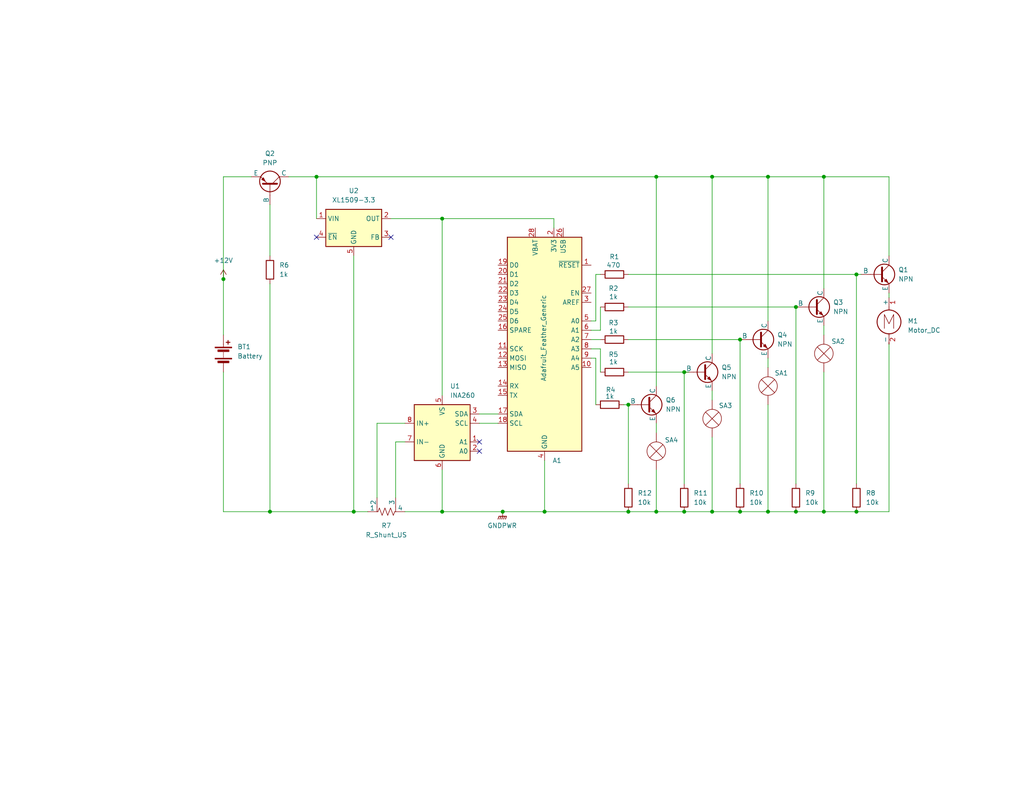
<source format=kicad_sch>
(kicad_sch (version 20250114) (generator "eeschema") (generator_version "9.0")
  (paper "A")
  (title_block (title "DryBilge") (date "2025-05-05") (rev "0.0.1") (company "David Ross") (comment 1 "https://github.com/Bagarre/BilgeDry") (comment 2 "2025 Bagarre — Licensed under the MIT License"))
  (lib_symbols
    (symbol "Device:Battery" (pin_numbers (hide yes)) (pin_names (offset 0) (hide yes))
      (property "Reference" "BT" (at 2.54 2.54 0))
      (property "Value" "Battery" (at 2.54 0 0))
      (symbol "Battery_0_1"
        (rectangle (start -2.286 1.778) (end 2.286 1.524) (fill (type outline)))
        (rectangle (start -2.286 -1.27) (end 2.286 -1.524) (fill (type outline)))
        (rectangle (start -1.524 1.016) (end 1.524 0.508) (fill (type outline)))
        (rectangle (start -1.524 -2.032) (end 1.524 -2.54) (fill (type outline)))
        (polyline (pts (xy 0 1.778) (xy 0 2.54)))
        (polyline (pts (xy 0 0) (xy 0 0.254)))
        (polyline (pts (xy 0 -0.508) (xy 0 -0.254)))
        (polyline (pts (xy 0 -1.016) (xy 0 -0.762)))
        (polyline (pts (xy 0.762 3.048) (xy 1.778 3.048)) (stroke (width 0.254)))
        (polyline (pts (xy 1.27 3.556) (xy 1.27 2.54)) (stroke (width 0.254)))
      )
      (symbol "Battery_1_1"
        (pin passive line (at 0 5.08 270) (length 2.54) (name "+") (number "1"))
        (pin passive line (at 0 -5.08 90) (length 2.54) (name "-") (number "2"))
      )
    )
    (symbol "Device:Lamp" (pin_numbers (hide yes)) (pin_names (offset 0.0254) (hide yes))
      (property "Reference" "LA" (at 0.635 3.81 0))
      (property "Value" "Lamp" (at 0.635 -3.81 0))
      (symbol "Lamp_0_1"
        (polyline (pts (xy -1.778 1.778) (xy 1.778 -1.778)))
        (circle (center 0 0) (radius 2.54))
        (polyline (pts (xy 1.778 1.778) (xy -1.778 -1.778)))
      )
      (symbol "Lamp_1_1"
        (pin passive line (at 0 5.08 270) (length 2.54) (name "+") (number "2"))
        (pin passive line (at 0 -5.08 90) (length 2.54) (name "-") (number "1"))
      )
    )
    (symbol "Device:R" (pin_numbers (hide yes)) (pin_names (offset 0))
      (property "Reference" "R" (at 2.032 0 90))
      (property "Value" "R" (at 0 0 90))
      (symbol "R_0_1"
        (rectangle (start -1.016 -2.54) (end 1.016 2.54) (stroke (width 0.254)))
      )
      (symbol "R_1_1"
        (pin passive line (at 0 3.81 270) (length 1.27) (name "~") (number "1"))
        (pin passive line (at 0 -3.81 90) (length 1.27) (name "~") (number "2"))
      )
    )
    (symbol "Device:R_Shunt_US" (pin_numbers (hide yes)) (pin_names (offset 0))
      (property "Reference" "R" (at -5.08 0 90))
      (property "Value" "R_Shunt_US" (at -3.048 0 90))
      (symbol "R_Shunt_US_1_1"
        (polyline (pts (xy 0 2.286) (xy 0 2.54)))
        (polyline (pts (xy 0 2.286) (xy 1.016 1.905) (xy 0 1.524) (xy -1.016 1.143) (xy 0 0.762)))
        (polyline (pts (xy 0 0.762) (xy 1.016 0.381) (xy 0 0) (xy -1.016 -0.381) (xy 0 -0.762)))
        (polyline (pts (xy 0 -0.762) (xy 1.016 -1.143) (xy 0 -1.524) (xy -1.016 -1.905) (xy 0 -2.286)))
        (polyline (pts (xy 0 -2.286) (xy 0 -2.54)))
        (polyline (pts (xy 0 -2.54) (xy 1.27 -2.54)))
        (polyline (pts (xy 1.27 2.54) (xy 0 2.54)))
        (pin passive line (at 0 5.08 270) (length 2.54) (name "1") (number "1"))
        (pin passive line (at 0 -5.08 90) (length 2.54) (name "4") (number "4"))
        (pin passive line (at 3.81 2.54 180) (length 2.54) (name "2") (number "2"))
        (pin passive line (at 3.81 -2.54 180) (length 2.54) (name "3") (number "3"))
      )
    )
    (symbol "MCU_Module:Adafruit_Feather_Generic"
      (property "Reference" "A" (at -10.16 29.21 0))
      (property "Value" "Adafruit_Feather_Generic" (at 2.54 -31.75 0))
      (symbol "Adafruit_Feather_Generic_0_1"
        (rectangle (start -10.16 27.94) (end 10.16 -30.48) (stroke (width 0.254)) (fill (type background)))
      )
      (symbol "Adafruit_Feather_Generic_1_1"
        (pin bidirectional line (at -12.7 20.32 0) (length 2.54) (name "D0") (number "19"))
        (pin bidirectional line (at -12.7 17.78 0) (length 2.54) (name "D1") (number "20"))
        (pin bidirectional line (at -12.7 15.24 0) (length 2.54) (name "D2") (number "21"))
        (pin bidirectional line (at -12.7 12.7 0) (length 2.54) (name "D3") (number "22"))
        (pin bidirectional line (at -12.7 10.16 0) (length 2.54) (name "D4") (number "23"))
        (pin bidirectional line (at -12.7 7.62 0) (length 2.54) (name "D5") (number "24"))
        (pin bidirectional line (at -12.7 5.08 0) (length 2.54) (name "D6") (number "25"))
        (pin bidirectional line (at -12.7 2.54 0) (length 2.54) (name "SPARE") (number "16"))
        (pin bidirectional line (at -12.7 -2.54 0) (length 2.54) (name "SCK") (number "11"))
        (pin bidirectional line (at -12.7 -5.08 0) (length 2.54) (name "MOSI") (number "12"))
        (pin bidirectional line (at -12.7 -7.62 0) (length 2.54) (name "MISO") (number "13"))
        (pin bidirectional line (at -12.7 -12.7 0) (length 2.54) (name "RX") (number "14"))
        (pin bidirectional line (at -12.7 -15.24 0) (length 2.54) (name "TX") (number "15"))
        (pin bidirectional line (at -12.7 -20.32 0) (length 2.54) (name "SDA") (number "17"))
        (pin bidirectional line (at -12.7 -22.86 0) (length 2.54) (name "SCL") (number "18"))
        (pin power_in line (at -2.54 30.48 270) (length 2.54) (name "VBAT") (number "28"))
        (pin power_in line (at 0 -33.02 90) (length 2.54) (name "GND") (number "4"))
        (pin power_in line (at 2.54 30.48 270) (length 2.54) (name "3V3") (number "2"))
        (pin power_in line (at 5.08 30.48 270) (length 2.54) (name "USB") (number "26"))
        (pin input line (at 12.7 20.32 180) (length 2.54) (name "~{RESET}") (number "1"))
        (pin input line (at 12.7 12.7 180) (length 2.54) (name "EN") (number "27"))
        (pin input line (at 12.7 10.16 180) (length 2.54) (name "AREF") (number "3"))
        (pin bidirectional line (at 12.7 5.08 180) (length 2.54) (name "A0") (number "5"))
        (pin bidirectional line (at 12.7 2.54 180) (length 2.54) (name "A1") (number "6"))
        (pin bidirectional line (at 12.7 0 180) (length 2.54) (name "A2") (number "7"))
        (pin bidirectional line (at 12.7 -2.54 180) (length 2.54) (name "A3") (number "8"))
        (pin bidirectional line (at 12.7 -5.08 180) (length 2.54) (name "A4") (number "9"))
        (pin bidirectional line (at 12.7 -7.62 180) (length 2.54) (name "A5") (number "10"))
      )
    )
    (symbol "Motor:Motor_DC" (pin_names (offset 0))
      (property "Reference" "M" (at 2.54 2.54 0))
      (property "Value" "Motor_DC" (at 2.54 -5.08 0))
      (symbol "Motor_DC_0_0"
        (polyline (pts (xy -1.27 -3.302) (xy -1.27 0.508) (xy 0 -2.032) (xy 1.27 0.508) (xy 1.27 -3.302)))
      )
      (symbol "Motor_DC_0_1"
        (polyline (pts (xy 0 2.032) (xy 0 2.54)))
        (polyline (pts (xy 0 1.7272) (xy 0 2.0828)))
        (circle (center 0 -1.524) (radius 3.2512) (stroke (width 0.254)))
        (polyline (pts (xy 0 -4.7752) (xy 0 -5.1816)))
        (polyline (pts (xy 0 -7.62) (xy 0 -7.112)))
      )
      (symbol "Motor_DC_1_1"
        (pin passive line (at 0 5.08 270) (length 2.54) (name "+") (number "1"))
        (pin passive line (at 0 -7.62 90) (length 2.54) (name "-") (number "2"))
      )
    )
    (symbol "Regulator_Switching:XL1509-3.3"
      (property "Reference" "U" (at -7.112 6.096 0))
      (property "Value" "XL1509-3.3" (at 5.842 6.096 0))
      (symbol "XL1509-3.3_0_1"
        (rectangle (start -7.62 5.08) (end 7.62 -5.08) (stroke (width 0.254)) (fill (type background)))
      )
      (symbol "XL1509-3.3_1_1"
        (pin power_in line (at -10.16 2.54 0) (length 2.54) (name "VIN") (number "1"))
        (pin input line (at -10.16 -2.54 0) (length 2.54) (name "~{EN}") (number "4"))
        (pin power_in line (at 0 -7.62 90) (length 2.54) (name "GND") (number "5"))
        (pin passive line (at 0 -7.62 90) (length 2.54) (hide yes) (name "GND") (number "6"))
        (pin passive line (at 0 -7.62 90) (length 2.54) (hide yes) (name "GND") (number "7"))
        (pin passive line (at 0 -7.62 90) (length 2.54) (hide yes) (name "GND") (number "8"))
        (pin power_out line (at 10.16 2.54 180) (length 2.54) (name "OUT") (number "2"))
        (pin input line (at 10.16 -2.54 180) (length 2.54) (name "FB") (number "3"))
      )
    )
    (symbol "Sensor_Energy:INA219AxD"
      (property "Reference" "U" (at -6.35 8.89 0))
      (property "Value" "INA219AxD" (at 5.08 8.89 0))
      (symbol "INA219AxD_0_1"
        (rectangle (start -7.62 7.62) (end 7.62 -7.62) (stroke (width 0.254)) (fill (type background)))
      )
      (symbol "INA219AxD_1_1"
        (pin input line (at -10.16 2.54 0) (length 2.54) (name "IN+") (number "8"))
        (pin input line (at -10.16 -2.54 0) (length 2.54) (name "IN-") (number "7"))
        (pin power_in line (at 0 10.16 270) (length 2.54) (name "VS") (number "5"))
        (pin power_in line (at 0 -10.16 90) (length 2.54) (name "GND") (number "6"))
        (pin bidirectional line (at 10.16 5.08 180) (length 2.54) (name "SDA") (number "3"))
        (pin input line (at 10.16 2.54 180) (length 2.54) (name "SCL") (number "4"))
        (pin input line (at 10.16 -2.54 180) (length 2.54) (name "A1") (number "1"))
        (pin input line (at 10.16 -5.08 180) (length 2.54) (name "A0") (number "2"))
      )
    )
    (symbol "Simulation_SPICE:NPN" (pin_numbers (hide yes)) (pin_names (offset 0))
      (property "Reference" "Q" (at -2.54 7.62 0))
      (property "Value" "NPN" (at -2.54 5.08 0))
      (symbol "NPN_0_1"
        (polyline (pts (xy -2.54 0) (xy 0.635 0)) (stroke (width 0.1524)))
        (polyline (pts (xy 0.635 1.905) (xy 0.635 -1.905) (xy 0.635 -1.905)) (stroke (width 0.508)))
        (polyline (pts (xy 0.635 0.635) (xy 2.54 2.54)))
        (polyline (pts (xy 0.635 -0.635) (xy 2.54 -2.54) (xy 2.54 -2.54)))
        (circle (center 1.27 0) (radius 2.8194) (stroke (width 0.254)))
        (polyline (pts (xy 1.27 -1.778) (xy 1.778 -1.27) (xy 2.286 -2.286) (xy 1.27 -1.778) (xy 1.27 -1.778)) (fill (type outline)))
        (polyline (pts (xy 2.794 -1.27) (xy 2.794 -1.27)) (stroke (width 0.1524)))
        (polyline (pts (xy 2.794 -1.27) (xy 2.794 -1.27)) (stroke (width 0.1524)))
      )
      (symbol "NPN_1_1"
        (pin input line (at -5.08 0 0) (length 2.54) (name "B") (number "2"))
        (pin open_collector line (at 2.54 5.08 270) (length 2.54) (name "C") (number "1"))
        (pin open_emitter line (at 2.54 -5.08 90) (length 2.54) (name "E") (number "3"))
      )
    )
    (symbol "Simulation_SPICE:PNP" (pin_numbers (hide yes)) (pin_names (offset 0))
      (property "Reference" "Q" (at -2.54 7.62 0))
      (property "Value" "PNP" (at -2.54 5.08 0))
      (symbol "PNP_0_1"
        (polyline (pts (xy -2.54 0) (xy 0.635 0)) (stroke (width 0.1524)))
        (polyline (pts (xy 0.635 1.905) (xy 0.635 -1.905) (xy 0.635 -1.905)) (stroke (width 0.508)))
        (polyline (pts (xy 0.635 0.635) (xy 2.54 2.54)))
        (polyline (pts (xy 0.635 -0.635) (xy 2.54 -2.54) (xy 2.54 -2.54)))
        (circle (center 1.27 0) (radius 2.8194) (stroke (width 0.254)))
        (polyline (pts (xy 2.286 -1.778) (xy 1.778 -2.286) (xy 1.27 -1.27) (xy 2.286 -1.778) (xy 2.286 -1.778)) (fill (type outline)))
      )
      (symbol "PNP_1_1"
        (pin input line (at -5.08 0 0) (length 2.54) (name "B") (number "2"))
        (pin open_collector line (at 2.54 5.08 270) (length 2.54) (name "C") (number "1"))
        (pin open_emitter line (at 2.54 -5.08 90) (length 2.54) (name "E") (number "3"))
      )
    )
    (symbol "power:+12V" (power) (pin_numbers (hide yes)) (pin_names (offset 0) (hide yes))
      (property "Value" "+12V" (at 0 3.556 0))
      (symbol "+12V_0_1"
        (polyline (pts (xy -0.762 1.27) (xy 0 2.54)))
        (polyline (pts (xy 0 2.54) (xy 0.762 1.27)))
        (polyline (pts (xy 0 0) (xy 0 2.54)))
      )
      (symbol "+12V_1_1"
        (pin power_in line (at 0 0 90) (length 0) (name "~") (number "1"))
      )
    )
    (symbol "power:GNDPWR" (power) (pin_numbers (hide yes)) (pin_names (offset 0) (hide yes))
      (property "Value" "GNDPWR" (at 0 -3.302 0))
      (symbol "GNDPWR_0_1"
        (polyline (pts (xy -1.016 -1.27) (xy -1.27 -2.032) (xy -1.27 -2.032)) (stroke (width 0.2032)))
        (polyline (pts (xy -0.508 -1.27) (xy -0.762 -2.032) (xy -0.762 -2.032)) (stroke (width 0.2032)))
        (polyline (pts (xy 0 -1.27) (xy 0 0)))
        (polyline (pts (xy 0 -1.27) (xy -0.254 -2.032) (xy -0.254 -2.032)) (stroke (width 0.2032)))
        (polyline (pts (xy 0.508 -1.27) (xy 0.254 -2.032) (xy 0.254 -2.032)) (stroke (width 0.2032)))
        (polyline (pts (xy 1.016 -1.27) (xy -1.016 -1.27) (xy -1.016 -1.27)) (stroke (width 0.2032)))
        (polyline (pts (xy 1.016 -1.27) (xy 0.762 -2.032) (xy 0.762 -2.032) (xy 0.762 -2.032)) (stroke (width 0.2032)))
      )
      (symbol "GNDPWR_1_1"
        (pin power_in line (at 0 0 270) (length 0) (name "~") (number "1"))
      )
    )
  )
  (junction (at 120.65 59.69))
  (junction (at 194.31 48.26))
  (junction (at 201.93 139.7))
  (junction (at 224.79 139.7))
  (junction (at 201.93 92.71))
  (junction (at 217.17 139.7))
  (junction (at 186.69 101.6))
  (junction (at 179.07 48.26))
  (junction (at 179.07 139.7))
  (junction (at 120.65 139.7))
  (junction (at 60.96 76.2))
  (junction (at 73.66 139.7))
  (junction (at 224.79 48.26))
  (junction (at 194.31 139.7))
  (junction (at 148.59 139.7))
  (junction (at 209.55 48.26))
  (junction (at 171.45 110.49))
  (junction (at 86.36 48.26))
  (junction (at 171.45 139.7))
  (junction (at 209.55 139.7))
  (junction (at 233.68 74.93))
  (junction (at 137.16 139.7))
  (junction (at 96.52 139.7))
  (junction (at 186.69 139.7))
  (junction (at 233.68 139.7))
  (junction (at 217.17 83.82))
  (no_connect (at 130.81 123.19))
  (no_connect (at 106.68 64.77))
  (no_connect (at 130.81 120.65))
  (no_connect (at 86.36 64.77))
  (wire (pts (xy 163.83 101.6) (xy 163.83 95.25)))
  (wire (pts (xy 179.07 48.26) (xy 194.31 48.26)))
  (wire (pts (xy 242.57 93.98) (xy 242.57 139.7)))
  (wire (pts (xy 107.95 120.65) (xy 110.49 120.65)))
  (wire (pts (xy 224.79 139.7) (xy 233.68 139.7)))
  (wire (pts (xy 110.49 139.7) (xy 120.65 139.7)))
  (wire (pts (xy 130.81 113.03) (xy 135.89 113.03)))
  (wire (pts (xy 186.69 139.7) (xy 194.31 139.7)))
  (wire (pts (xy 194.31 48.26) (xy 209.55 48.26)))
  (wire (pts (xy 162.56 74.93) (xy 163.83 74.93)))
  (wire (pts (xy 60.96 76.2) (xy 60.96 48.26)))
  (wire (pts (xy 224.79 101.6) (xy 224.79 139.7)))
  (wire (pts (xy 120.65 107.95) (xy 120.65 59.69)))
  (wire (pts (xy 242.57 69.85) (xy 242.57 48.26)))
  (wire (pts (xy 201.93 92.71) (xy 201.93 132.08)))
  (wire (pts (xy 120.65 128.27) (xy 120.65 139.7)))
  (wire (pts (xy 186.69 101.6) (xy 186.69 132.08)))
  (wire (pts (xy 233.68 74.93) (xy 234.95 74.93)))
  (wire (pts (xy 186.69 101.6) (xy 187.96 101.6)))
  (wire (pts (xy 233.68 139.7) (xy 242.57 139.7)))
  (wire (pts (xy 73.66 139.7) (xy 96.52 139.7)))
  (wire (pts (xy 209.55 139.7) (xy 217.17 139.7)))
  (wire (pts (xy 96.52 69.85) (xy 96.52 139.7)))
  (wire (pts (xy 161.29 97.79) (xy 162.56 97.79)))
  (wire (pts (xy 148.59 139.7) (xy 171.45 139.7)))
  (wire (pts (xy 107.95 135.89) (xy 107.95 120.65)))
  (wire (pts (xy 179.07 115.57) (xy 179.07 118.11)))
  (wire (pts (xy 224.79 48.26) (xy 242.57 48.26)))
  (wire (pts (xy 151.13 59.69) (xy 151.13 62.23)))
  (wire (pts (xy 171.45 139.7) (xy 179.07 139.7)))
  (wire (pts (xy 60.96 139.7) (xy 73.66 139.7)))
  (wire (pts (xy 179.07 128.27) (xy 179.07 139.7)))
  (wire (pts (xy 194.31 106.68) (xy 194.31 109.22)))
  (wire (pts (xy 217.17 132.08) (xy 217.17 83.82)))
  (wire (pts (xy 170.18 110.49) (xy 171.45 110.49)))
  (wire (pts (xy 171.45 74.93) (xy 233.68 74.93)))
  (wire (pts (xy 163.83 90.17) (xy 163.83 83.82)))
  (wire (pts (xy 209.55 48.26) (xy 224.79 48.26)))
  (wire (pts (xy 102.87 115.57) (xy 102.87 135.89)))
  (wire (pts (xy 73.66 55.88) (xy 73.66 69.85)))
  (wire (pts (xy 60.96 101.6) (xy 60.96 139.7)))
  (wire (pts (xy 120.65 139.7) (xy 137.16 139.7)))
  (wire (pts (xy 102.87 115.57) (xy 110.49 115.57)))
  (wire (pts (xy 194.31 139.7) (xy 201.93 139.7)))
  (wire (pts (xy 162.56 110.49) (xy 162.56 97.79)))
  (wire (pts (xy 224.79 88.9) (xy 224.79 91.44)))
  (wire (pts (xy 242.57 80.01) (xy 242.57 81.28)))
  (wire (pts (xy 60.96 91.44) (xy 60.96 76.2)))
  (wire (pts (xy 60.96 48.26) (xy 68.58 48.26)))
  (wire (pts (xy 120.65 59.69) (xy 151.13 59.69)))
  (wire (pts (xy 148.59 125.73) (xy 148.59 139.7)))
  (wire (pts (xy 161.29 90.17) (xy 163.83 90.17)))
  (wire (pts (xy 201.93 139.7) (xy 209.55 139.7)))
  (wire (pts (xy 163.83 95.25) (xy 161.29 95.25)))
  (wire (pts (xy 161.29 92.71) (xy 163.83 92.71)))
  (wire (pts (xy 194.31 48.26) (xy 194.31 96.52)))
  (wire (pts (xy 162.56 74.93) (xy 162.56 87.63)))
  (wire (pts (xy 217.17 139.7) (xy 224.79 139.7)))
  (wire (pts (xy 130.81 115.57) (xy 135.89 115.57)))
  (wire (pts (xy 162.56 87.63) (xy 161.29 87.63)))
  (wire (pts (xy 171.45 110.49) (xy 171.45 132.08)))
  (wire (pts (xy 137.16 139.7) (xy 148.59 139.7)))
  (wire (pts (xy 171.45 92.71) (xy 201.93 92.71)))
  (wire (pts (xy 179.07 139.7) (xy 186.69 139.7)))
  (wire (pts (xy 106.68 59.69) (xy 120.65 59.69)))
  (wire (pts (xy 209.55 97.79) (xy 209.55 100.33)))
  (wire (pts (xy 233.68 132.08) (xy 233.68 74.93)))
  (wire (pts (xy 171.45 101.6) (xy 186.69 101.6)))
  (wire (pts (xy 78.74 48.26) (xy 86.36 48.26)))
  (wire (pts (xy 86.36 48.26) (xy 179.07 48.26)))
  (wire (pts (xy 86.36 59.69) (xy 86.36 48.26)))
  (wire (pts (xy 73.66 77.47) (xy 73.66 139.7)))
  (wire (pts (xy 171.45 83.82) (xy 217.17 83.82)))
  (wire (pts (xy 224.79 48.26) (xy 224.79 78.74)))
  (wire (pts (xy 179.07 48.26) (xy 179.07 105.41)))
  (wire (pts (xy 209.55 110.49) (xy 209.55 139.7)))
  (wire (pts (xy 194.31 119.38) (xy 194.31 139.7)))
  (wire (pts (xy 96.52 139.7) (xy 100.33 139.7)))
  (wire (pts (xy 209.55 48.26) (xy 209.55 87.63)))
  (symbol (lib_id "Simulation_SPICE:NPN") (at 191.77 101.6 0) (unit 1)
    (property "Reference" "Q5" (at 196.85 100.3299 0) (effects (justify left)))
    (property "Value" "NPN" (at 196.85 102.8699 0) (effects (justify left)))
    (property "Datasheet" "https://ngspice.sourceforge.io/docs/ngspice-html-manual/manual.xhtml#cha_BJTs" (effects (hide yes)))
    (property "Description" "Bipolar transistor symbol for simulation only, substrate tied to the emitter" (effects (hide yes)))
    (property "Sim.Device" "NPN" (effects (hide yes)))
    (property "Sim.Type" "GUMMELPOON" (effects (hide yes)))
    (property "Sim.Pins" "1=C 2=B 3=E" (effects (hide yes)))
  )
  (symbol (lib_id "Device:R") (at 167.64 83.82 90) (unit 1)
    (property "Reference" "R2" (at 167.386 78.74 90))
    (property "Value" "1k" (at 167.386 81.026 90))
    (property "Description" "Resistor" (effects (hide yes)))
  )
  (symbol (lib_id "Simulation_SPICE:NPN") (at 222.25 83.82 0) (unit 1)
    (property "Reference" "Q3" (at 227.33 82.5499 0) (effects (justify left)))
    (property "Value" "NPN" (at 227.33 85.0899 0) (effects (justify left)))
    (property "Datasheet" "https://ngspice.sourceforge.io/docs/ngspice-html-manual/manual.xhtml#cha_BJTs" (effects (hide yes)))
    (property "Description" "Bipolar transistor symbol for simulation only, substrate tied to the emitter" (effects (hide yes)))
    (property "Sim.Device" "NPN" (effects (hide yes)))
    (property "Sim.Type" "GUMMELPOON" (effects (hide yes)))
    (property "Sim.Pins" "1=C 2=B 3=E" (effects (hide yes)))
  )
  (symbol (lib_id "Simulation_SPICE:NPN") (at 240.03 74.93 0) (unit 1)
    (property "Reference" "Q1" (at 245.11 73.6599 0) (effects (justify left)))
    (property "Value" "NPN" (at 245.11 76.1999 0) (effects (justify left)))
    (property "Datasheet" "https://ngspice.sourceforge.io/docs/ngspice-html-manual/manual.xhtml#cha_BJTs" (effects (hide yes)))
    (property "Description" "Bipolar transistor symbol for simulation only, substrate tied to the emitter" (effects (hide yes)))
    (property "Sim.Device" "NPN" (effects (hide yes)))
    (property "Sim.Type" "GUMMELPOON" (effects (hide yes)))
    (property "Sim.Pins" "1=C 2=B 3=E" (effects (hide yes)))
  )
  (symbol (lib_id "Regulator_Switching:XL1509-3.3") (at 96.52 62.23 0) (unit 1)
    (property "Reference" "U2" (at 96.52 52.07 0))
    (property "Value" "XL1509-3.3" (at 96.52 54.61 0))
    (property "Footprint" "Package_SO:SOIC-8_3.9x4.9mm_P1.27mm" (effects (hide yes)))
    (property "Datasheet" "https://datasheet.lcsc.com/lcsc/1809050422_XLSEMI-XL1509-5-0E1_C61063.pdf" (effects (hide yes)))
    (property "Description" "Buck DC/DC Converter, 2A, 3.3V Output Voltage, 4.5-40V Input Voltage" (effects (hide yes)))
  )
  (symbol (lib_id "Device:R_Shunt_US") (at 105.41 139.7 90) (unit 1)
    (property "Reference" "R7" (at 105.41 143.51 90))
    (property "Value" "R_Shunt_US" (at 105.41 146.05 90))
    (property "Description" "Shunt resistor, US symbol" (effects (hide yes)))
  )
  (symbol (lib_id "Device:R") (at 233.68 135.89 0) (unit 1)
    (property "Reference" "R8" (at 236.22 134.6199 0) (effects (justify left)))
    (property "Value" "10k" (at 236.22 137.1599 0) (effects (justify left)))
    (property "Description" "Resistor" (effects (hide yes)))
  )
  (symbol (lib_id "Device:R") (at 73.66 73.66 0) (unit 1)
    (property "Reference" "R6" (at 76.2 72.3899 0) (effects (justify left)))
    (property "Value" "1k" (at 76.2 74.9299 0) (effects (justify left)))
    (property "Description" "Resistor" (effects (hide yes)))
  )
  (symbol (lib_id "Simulation_SPICE:NPN") (at 207.01 92.71 0) (unit 1)
    (property "Reference" "Q4" (at 212.09 91.4399 0) (effects (justify left)))
    (property "Value" "NPN" (at 212.09 93.9799 0) (effects (justify left)))
    (property "Datasheet" "https://ngspice.sourceforge.io/docs/ngspice-html-manual/manual.xhtml#cha_BJTs" (effects (hide yes)))
    (property "Description" "Bipolar transistor symbol for simulation only, substrate tied to the emitter" (effects (hide yes)))
    (property "Sim.Device" "NPN" (effects (hide yes)))
    (property "Sim.Type" "GUMMELPOON" (effects (hide yes)))
    (property "Sim.Pins" "1=C 2=B 3=E" (effects (hide yes)))
  )
  (symbol (lib_id "Device:R") (at 171.45 135.89 0) (unit 1)
    (property "Reference" "R12" (at 173.99 134.6199 0) (effects (justify left)))
    (property "Value" "10k" (at 173.99 137.1599 0) (effects (justify left)))
    (property "Description" "Resistor" (effects (hide yes)))
  )
  (symbol (lib_id "MCU_Module:Adafruit_Feather_Generic") (at 148.59 92.71 0) (unit 1)
    (property "Reference" "A1" (at 150.7333 125.73 0) (effects (justify left)))
    (property "Value" "Adafruit_Feather_Generic" (at 148.336 104.14 90) (effects (justify left)))
    (property "Footprint" "Module:Adafruit_Feather" (effects (hide yes)))
    (property "Datasheet" "https://cdn-learn.adafruit.com/downloads/pdf/adafruit-feather.pdf" (effects (hide yes)))
    (property "Description" "Microcontroller module in various flavor, generic symbol" (effects (hide yes)))
  )
  (symbol (lib_id "Device:R") (at 167.64 101.6 90) (unit 1)
    (property "Reference" "R5" (at 167.386 96.774 90))
    (property "Value" "1k" (at 167.386 98.806 90))
    (property "Description" "Resistor" (effects (hide yes)))
  )
  (symbol (lib_id "Device:Lamp") (at 224.79 96.52 0) (unit 1)
    (property "Reference" "SA2" (at 226.822 93.218 0) (effects (justify left)))
    (property "Value" "Solenoid" (effects (hide yes)))
    (property "Description" "Solenoid" (effects (hide yes)))
  )
  (symbol (lib_id "Device:R") (at 167.64 92.71 90) (unit 1)
    (property "Reference" "R3" (at 167.386 88.138 90))
    (property "Value" "1k" (at 167.386 90.424 90))
    (property "Description" "Resistor" (effects (hide yes)))
  )
  (symbol (lib_id "power:+12V") (at 60.96 76.2 0) (unit 1)
    (property "Reference" "#PWR02" (effects (hide yes)))
    (property "Value" "+12V" (at 60.96 71.12 0))
    (property "Description" "Power symbol creates a global label with name \"+12V\"" (effects (hide yes)))
  )
  (symbol (lib_id "Sensor_Energy:INA219AxD") (at 120.65 118.11 0) (unit 1)
    (property "Reference" "U1" (at 122.7933 105.41 0) (effects (justify left)))
    (property "Value" "INA260" (at 122.7933 107.95 0) (effects (justify left)))
    (property "Footprint" "Package_SO:SOIC-8_3.9x4.9mm_P1.27mm" (effects (hide yes)))
    (property "Datasheet" "http://www.ti.com/lit/ds/symlink/ina219.pdf" (effects (hide yes)))
    (property "Description" "Zero-Drift, Bidirectional Current/Power Monitor (0-26V) With I2C Interface, SOIC-8" (effects (hide yes)))
  )
  (symbol (lib_id "Device:R") (at 167.64 74.93 90) (unit 1)
    (property "Reference" "R1" (at 167.64 70.104 90))
    (property "Value" "470" (at 167.386 72.39 90))
    (property "Description" "Resistor" (effects (hide yes)))
  )
  (symbol (lib_id "Device:R") (at 217.17 135.89 0) (unit 1)
    (property "Reference" "R9" (at 219.71 134.6199 0) (effects (justify left)))
    (property "Value" "10k" (at 219.71 137.1599 0) (effects (justify left)))
    (property "Description" "Resistor" (effects (hide yes)))
  )
  (symbol (lib_id "Device:Lamp") (at 209.55 105.41 0) (unit 1)
    (property "Reference" "SA1" (at 211.328 101.854 0) (effects (justify left)))
    (property "Value" "Solenoid" (effects (hide yes)))
    (property "Description" "Solenoid" (effects (hide yes)))
  )
  (symbol (lib_id "power:GNDPWR") (at 137.16 139.7 0) (unit 1)
    (property "Reference" "#PWR01" (effects (hide yes)))
    (property "Value" "GNDPWR" (at 137.033 143.51 0))
    (property "Description" "Power symbol creates a global label with name \"GNDPWR\" , global ground" (effects (hide yes)))
  )
  (symbol (lib_id "Device:R") (at 166.37 110.49 90) (unit 1)
    (property "Reference" "R4" (at 166.624 106.426 90))
    (property "Value" "1k" (at 166.37 108.204 90))
    (property "Description" "Resistor" (effects (hide yes)))
  )
  (symbol (lib_id "Device:R") (at 186.69 135.89 0) (unit 1)
    (property "Reference" "R11" (at 189.23 134.6199 0) (effects (justify left)))
    (property "Value" "10k" (at 189.23 137.1599 0) (effects (justify left)))
    (property "Description" "Resistor" (effects (hide yes)))
  )
  (symbol (lib_id "Simulation_SPICE:NPN") (at 176.53 110.49 0) (unit 1)
    (property "Reference" "Q6" (at 181.61 109.2199 0) (effects (justify left)))
    (property "Value" "NPN" (at 181.61 111.76 0) (effects (justify left)))
    (property "Datasheet" "https://ngspice.sourceforge.io/docs/ngspice-html-manual/manual.xhtml#cha_BJTs" (effects (hide yes)))
    (property "Description" "Bipolar transistor symbol for simulation only, substrate tied to the emitter" (effects (hide yes)))
    (property "Sim.Device" "NPN" (effects (hide yes)))
    (property "Sim.Type" "GUMMELPOON" (effects (hide yes)))
    (property "Sim.Pins" "1=C 2=B 3=E" (effects (hide yes)))
  )
  (symbol (lib_id "Simulation_SPICE:PNP") (at 73.66 50.8 270) (mirror x) (unit 1)
    (property "Reference" "Q2" (at 73.66 41.91 90))
    (property "Value" "PNP" (at 73.66 44.45 90))
    (property "Datasheet" "https://ngspice.sourceforge.io/docs/ngspice-html-manual/manual.xhtml#cha_BJTs" (effects (hide yes)))
    (property "Description" "Bipolar transistor symbol for simulation only, substrate tied to the emitter" (effects (hide yes)))
    (property "Sim.Device" "PNP" (effects (hide yes)))
    (property "Sim.Type" "GUMMELPOON" (effects (hide yes)))
    (property "Sim.Pins" "1=C 2=B 3=E" (effects (hide yes)))
  )
  (symbol (lib_id "Device:R") (at 201.93 135.89 0) (unit 1)
    (property "Reference" "R10" (at 204.47 134.6199 0) (effects (justify left)))
    (property "Value" "10k" (at 204.47 137.1599 0) (effects (justify left)))
    (property "Description" "Resistor" (effects (hide yes)))
  )
  (symbol (lib_id "Device:Lamp") (at 194.31 114.3 0) (unit 1)
    (property "Reference" "SA3" (at 196.088 110.744 0) (effects (justify left)))
    (property "Value" "Solenoid" (effects (hide yes)))
    (property "Description" "Solenoid" (effects (hide yes)))
  )
  (symbol (lib_id "Motor:Motor_DC") (at 242.57 86.36 0) (unit 1)
    (property "Reference" "M1" (at 247.65 87.6299 0) (effects (justify left)))
    (property "Value" "Motor_DC" (at 247.65 90.1699 0) (effects (justify left)))
    (property "Description" "DC Motor" (effects (hide yes)))
  )
  (symbol (lib_id "Device:Battery") (at 60.96 96.52 0) (unit 1)
    (property "Reference" "BT1" (at 64.77 94.6784 0) (effects (justify left)))
    (property "Value" "Battery" (at 64.77 97.2184 0) (effects (justify left)))
    (property "Description" "Multiple-cell battery" (effects (hide yes)))
  )
  (symbol (lib_id "Device:Lamp") (at 179.07 123.19 0) (unit 1)
    (property "Reference" "SA4" (at 181.356 120.142 0) (effects (justify left)))
    (property "Value" "Solenoid" (effects (hide yes)))
    (property "Description" "Solenoid" (effects (hide yes)))
  )
)
</source>
